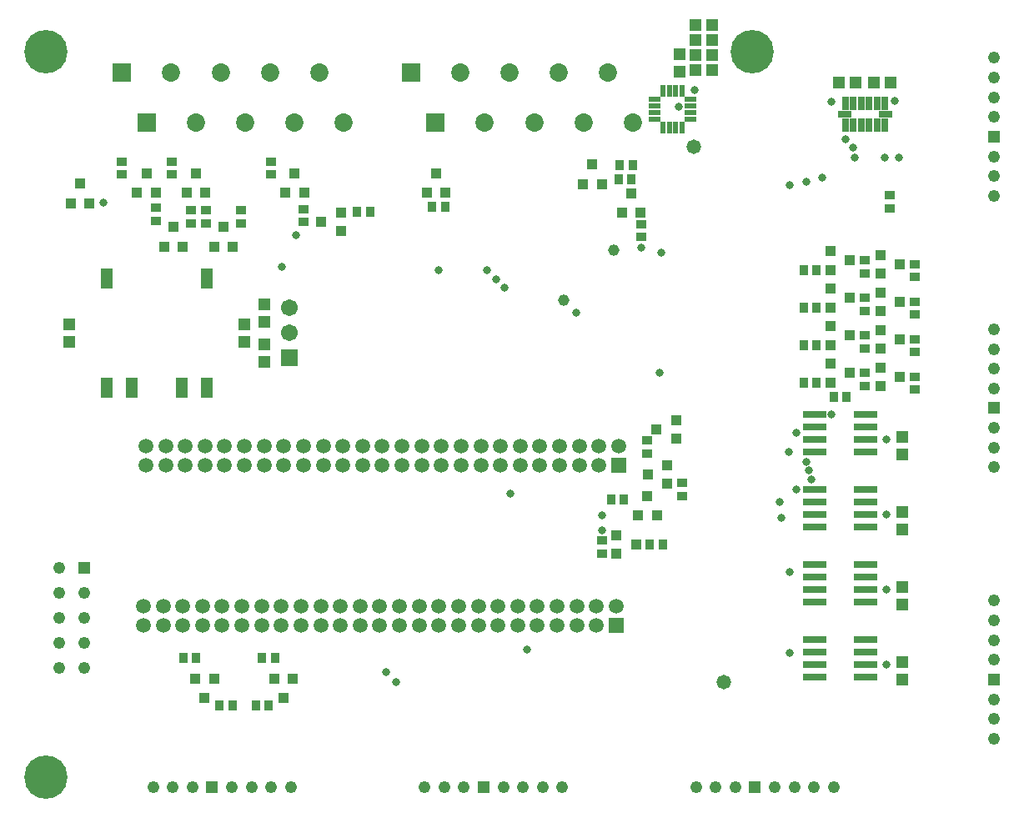
<source format=gbs>
G75*
%MOIN*%
%OFA0B0*%
%FSLAX24Y24*%
%IPPOS*%
%LPD*%
%AMOC8*
5,1,8,0,0,1.08239X$1,22.5*
%
%ADD10R,0.0595X0.0595*%
%ADD11C,0.0595*%
%ADD12R,0.0477X0.0477*%
%ADD13C,0.0477*%
%ADD14C,0.0580*%
%ADD15R,0.0674X0.0674*%
%ADD16C,0.0674*%
%ADD17R,0.0395X0.0434*%
%ADD18R,0.0434X0.0395*%
%ADD19R,0.0730X0.0730*%
%ADD20C,0.0730*%
%ADD21R,0.0356X0.0434*%
%ADD22R,0.0946X0.0316*%
%ADD23R,0.0474X0.0513*%
%ADD24R,0.0474X0.0789*%
%ADD25R,0.0277X0.0552*%
%ADD26R,0.0552X0.0277*%
%ADD27R,0.0513X0.0474*%
%ADD28R,0.0474X0.0237*%
%ADD29R,0.0237X0.0474*%
%ADD30R,0.0434X0.0356*%
%ADD31C,0.1730*%
%ADD32C,0.0455*%
%ADD33C,0.0330*%
D10*
X024517Y007872D03*
X024617Y014272D03*
D11*
X023829Y014272D03*
X023042Y014272D03*
X023042Y015059D03*
X023829Y015059D03*
X024617Y015059D03*
X022254Y015059D03*
X021467Y015059D03*
X021467Y014272D03*
X020680Y014272D03*
X020680Y015059D03*
X019892Y015059D03*
X019892Y014272D03*
X019105Y014272D03*
X019105Y015059D03*
X018317Y015059D03*
X017530Y015059D03*
X017530Y014272D03*
X016743Y014272D03*
X016743Y015059D03*
X015955Y015059D03*
X015955Y014272D03*
X015168Y014272D03*
X014380Y014272D03*
X013593Y014272D03*
X012806Y014272D03*
X012806Y015059D03*
X013593Y015059D03*
X014380Y015059D03*
X015168Y015059D03*
X012018Y015059D03*
X012018Y014272D03*
X011231Y014272D03*
X011231Y015059D03*
X010443Y015059D03*
X010443Y014272D03*
X009656Y014272D03*
X008869Y014272D03*
X008869Y015059D03*
X009656Y015059D03*
X008081Y015059D03*
X008081Y014272D03*
X007294Y014272D03*
X007294Y015059D03*
X006506Y015059D03*
X006506Y014272D03*
X005719Y014272D03*
X005719Y015059D03*
X005619Y008659D03*
X005619Y007872D03*
X006406Y007872D03*
X006406Y008659D03*
X007194Y008659D03*
X007194Y007872D03*
X007981Y007872D03*
X007981Y008659D03*
X008769Y008659D03*
X008769Y007872D03*
X009556Y007872D03*
X010343Y007872D03*
X010343Y008659D03*
X009556Y008659D03*
X011131Y008659D03*
X011131Y007872D03*
X011918Y007872D03*
X012706Y007872D03*
X013493Y007872D03*
X014280Y007872D03*
X014280Y008659D03*
X013493Y008659D03*
X012706Y008659D03*
X011918Y008659D03*
X015068Y008659D03*
X015068Y007872D03*
X015855Y007872D03*
X015855Y008659D03*
X016643Y008659D03*
X016643Y007872D03*
X017430Y007872D03*
X017430Y008659D03*
X018217Y008659D03*
X018217Y007872D03*
X019005Y007872D03*
X019792Y007872D03*
X019792Y008659D03*
X019005Y008659D03*
X020580Y008659D03*
X020580Y007872D03*
X021367Y007872D03*
X022154Y007872D03*
X022154Y008659D03*
X021367Y008659D03*
X022942Y008659D03*
X022942Y007872D03*
X023729Y007872D03*
X023729Y008659D03*
X024517Y008659D03*
X022254Y014272D03*
X018317Y014272D03*
D12*
X003267Y010172D03*
X008367Y001422D03*
X019217Y001422D03*
X030067Y001422D03*
X039617Y005722D03*
X039617Y016572D03*
X039617Y027422D03*
D13*
X039617Y026635D03*
X039617Y025847D03*
X039617Y025060D03*
X039617Y028209D03*
X039617Y028997D03*
X039617Y029784D03*
X039617Y030572D03*
X039617Y019722D03*
X039617Y018934D03*
X039617Y018147D03*
X039617Y017359D03*
X039617Y015785D03*
X039617Y014997D03*
X039617Y014210D03*
X039617Y008872D03*
X039617Y008084D03*
X039617Y007297D03*
X039617Y006509D03*
X039617Y004935D03*
X039617Y004147D03*
X039617Y003360D03*
X033216Y001422D03*
X032429Y001422D03*
X031641Y001422D03*
X030854Y001422D03*
X029279Y001422D03*
X028492Y001422D03*
X027704Y001422D03*
X022366Y001422D03*
X021579Y001422D03*
X020791Y001422D03*
X020004Y001422D03*
X018429Y001422D03*
X017642Y001422D03*
X016854Y001422D03*
X011516Y001422D03*
X010729Y001422D03*
X009941Y001422D03*
X009154Y001422D03*
X007579Y001422D03*
X006792Y001422D03*
X006004Y001422D03*
X003267Y006172D03*
X002267Y006172D03*
X002267Y007172D03*
X003267Y007172D03*
X003267Y008172D03*
X002267Y008172D03*
X002267Y009172D03*
X003267Y009172D03*
X002267Y010172D03*
D14*
X027617Y027037D03*
X028817Y005627D03*
D15*
X011467Y018572D03*
D16*
X011467Y019572D03*
X011467Y020572D03*
D17*
X009191Y023028D03*
X008443Y023028D03*
X008817Y023816D03*
X008091Y025178D03*
X007343Y025178D03*
X007717Y025966D03*
X006111Y025178D03*
X005363Y025178D03*
X005737Y025966D03*
X003453Y024766D03*
X002705Y024766D03*
X003079Y025553D03*
X006443Y023028D03*
X007191Y023028D03*
X006817Y023816D03*
X011293Y025178D03*
X012041Y025178D03*
X011667Y025966D03*
X016943Y025178D03*
X017691Y025178D03*
X017317Y025966D03*
X023193Y025528D03*
X023941Y025528D03*
X023567Y026316D03*
X025117Y025166D03*
X025491Y024378D03*
X024743Y024378D03*
X025767Y013066D03*
X026141Y012278D03*
X025393Y012278D03*
X011591Y005766D03*
X010843Y005766D03*
X011217Y004978D03*
X008441Y005766D03*
X007693Y005766D03*
X008067Y004978D03*
D18*
X024523Y010748D03*
X025310Y011122D03*
X024523Y011496D03*
X026560Y013548D03*
X026560Y014296D03*
X025773Y013922D03*
X026910Y015348D03*
X026123Y015722D03*
X026910Y016096D03*
X033073Y017598D03*
X033073Y018346D03*
X033860Y017972D03*
X035073Y018196D03*
X035073Y017448D03*
X035860Y017822D03*
X035073Y018948D03*
X035860Y019322D03*
X035073Y019696D03*
X035073Y020448D03*
X035073Y021196D03*
X035073Y021948D03*
X035860Y022322D03*
X035073Y022696D03*
X033860Y022472D03*
X033073Y022098D03*
X033073Y022846D03*
X033073Y021346D03*
X033860Y020972D03*
X033073Y020598D03*
X033073Y019846D03*
X033073Y019098D03*
X033860Y019472D03*
X035860Y020822D03*
X013510Y023648D03*
X012723Y024022D03*
X013510Y024396D03*
D19*
X017301Y028004D03*
X016317Y029972D03*
X005751Y028004D03*
X004767Y029972D03*
D20*
X006735Y029972D03*
X008704Y029972D03*
X010672Y029972D03*
X012641Y029972D03*
X013625Y028004D03*
X011656Y028004D03*
X009688Y028004D03*
X007719Y028004D03*
X018285Y029972D03*
X020254Y029972D03*
X022222Y029972D03*
X024191Y029972D03*
X025175Y028004D03*
X023206Y028004D03*
X021238Y028004D03*
X019269Y028004D03*
D21*
X017673Y024622D03*
X017161Y024622D03*
X014673Y024422D03*
X014161Y024422D03*
X024611Y025722D03*
X025123Y025722D03*
X025173Y026272D03*
X024661Y026272D03*
X032011Y022072D03*
X032523Y022072D03*
X032523Y020572D03*
X032011Y020572D03*
X032011Y019072D03*
X032523Y019072D03*
X032523Y017572D03*
X032011Y017572D03*
X033211Y017022D03*
X033723Y017022D03*
X026373Y011122D03*
X025861Y011122D03*
X024823Y012922D03*
X024311Y012922D03*
X010873Y006572D03*
X010361Y006572D03*
X010111Y004672D03*
X010623Y004672D03*
X009173Y004672D03*
X008661Y004672D03*
X007723Y006572D03*
X007211Y006572D03*
D22*
X032443Y006322D03*
X032443Y006822D03*
X032443Y007322D03*
X032443Y008822D03*
X032443Y009322D03*
X032443Y009822D03*
X032443Y010322D03*
X032443Y011822D03*
X032443Y012322D03*
X032443Y012822D03*
X032443Y013322D03*
X032443Y014822D03*
X032443Y015322D03*
X032443Y015822D03*
X032443Y016322D03*
X034490Y016322D03*
X034490Y015822D03*
X034490Y015322D03*
X034490Y014822D03*
X034490Y013322D03*
X034490Y012822D03*
X034490Y012322D03*
X034490Y011822D03*
X034490Y010322D03*
X034490Y009822D03*
X034490Y009322D03*
X034490Y008822D03*
X034490Y007322D03*
X034490Y006822D03*
X034490Y006322D03*
X034490Y005822D03*
X032443Y005822D03*
D23*
X035967Y005737D03*
X035967Y006407D03*
X035967Y008737D03*
X035967Y009407D03*
X035967Y011737D03*
X035967Y012407D03*
X035967Y014737D03*
X035967Y015407D03*
X027067Y030037D03*
X027067Y030707D03*
X010467Y020707D03*
X010467Y020037D03*
X009667Y019907D03*
X009667Y019237D03*
X010467Y019107D03*
X010467Y018437D03*
X002667Y019237D03*
X002667Y019907D03*
D24*
X004167Y021741D03*
X008167Y021741D03*
X008167Y017403D03*
X007167Y017403D03*
X005167Y017403D03*
X004167Y017403D03*
D25*
X033679Y027889D03*
X033994Y027889D03*
X034309Y027889D03*
X034624Y027889D03*
X034939Y027889D03*
X035254Y027889D03*
X035254Y028755D03*
X034939Y028755D03*
X034624Y028755D03*
X034309Y028755D03*
X033994Y028755D03*
X033679Y028755D03*
D26*
X033640Y028322D03*
X035293Y028322D03*
D27*
X035501Y029572D03*
X034832Y029572D03*
X034101Y029572D03*
X033432Y029572D03*
X028351Y030072D03*
X028351Y030672D03*
X028351Y031272D03*
X028351Y031872D03*
X027682Y031872D03*
X027682Y031272D03*
X027682Y030672D03*
X027682Y030072D03*
D28*
X027495Y028906D03*
X027495Y028650D03*
X027495Y028394D03*
X027495Y028138D03*
X026038Y028138D03*
X026038Y028394D03*
X026038Y028650D03*
X026038Y028906D03*
D29*
X026383Y029250D03*
X026639Y029250D03*
X026895Y029250D03*
X027151Y029250D03*
X027151Y027794D03*
X026895Y027794D03*
X026639Y027794D03*
X026383Y027794D03*
D30*
X025517Y023928D03*
X025517Y023416D03*
X034467Y022478D03*
X034467Y021966D03*
X034467Y020978D03*
X034467Y020466D03*
X034467Y019478D03*
X034467Y018966D03*
X034467Y017978D03*
X034467Y017466D03*
X036467Y017316D03*
X036467Y017828D03*
X036467Y018816D03*
X036467Y019328D03*
X036467Y020316D03*
X036467Y020828D03*
X036467Y021816D03*
X036467Y022328D03*
X035467Y024566D03*
X035467Y025078D03*
X025767Y015278D03*
X025767Y014766D03*
X027167Y013578D03*
X027167Y013066D03*
X023967Y011278D03*
X023967Y010766D03*
X012017Y024016D03*
X012017Y024528D03*
X010717Y025916D03*
X010717Y026428D03*
X009517Y024478D03*
X009517Y023966D03*
X008117Y023966D03*
X008117Y024478D03*
X007517Y024478D03*
X007517Y023966D03*
X006117Y024066D03*
X006117Y024578D03*
X006767Y025916D03*
X006767Y026428D03*
X004767Y026428D03*
X004767Y025916D03*
D31*
X001727Y001832D03*
X001727Y030822D03*
X029967Y030822D03*
D32*
X024417Y022872D03*
X022417Y020872D03*
D33*
X022917Y020372D03*
X020067Y021372D03*
X019717Y021722D03*
X019367Y022072D03*
X017417Y022072D03*
X011717Y023472D03*
X011167Y022222D03*
X004017Y024772D03*
X020297Y013142D03*
X023967Y012272D03*
X023967Y011672D03*
X020967Y006922D03*
X015717Y005622D03*
X015317Y006022D03*
X026267Y017972D03*
X031417Y014822D03*
X032117Y014422D03*
X032217Y014072D03*
X032317Y013722D03*
X031717Y013322D03*
X031067Y012822D03*
X031117Y012172D03*
X031467Y010022D03*
X031467Y006772D03*
X035317Y006322D03*
X035317Y009322D03*
X035317Y012322D03*
X035317Y015322D03*
X033117Y016322D03*
X031717Y015572D03*
X026317Y022772D03*
X025517Y022972D03*
X031467Y025472D03*
X032117Y025622D03*
X032767Y025772D03*
X034067Y026572D03*
X033994Y027000D03*
X033679Y027335D03*
X035254Y026572D03*
X035817Y026572D03*
X035651Y028856D03*
X033133Y028806D03*
X027667Y029272D03*
X027017Y028622D03*
M02*

</source>
